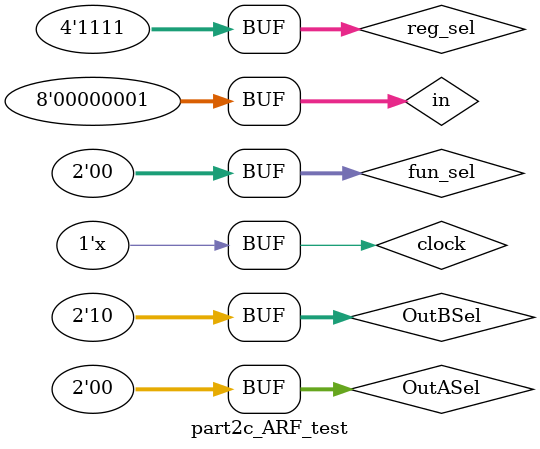
<source format=v>
`timescale 1ns / 1ps

module Register_test( );
    parameter N = 8;
    reg[N-1:0] in;
    reg enable;
    reg[1:0] select;
    reg clock;
    wire [N-1:0] out;
    
    Register #(N)test( in, enable, select, clock, out);
        
    initial begin clock = 0;
        in = 1'b1; select = 2'b01 ;enable = 1; #200; /*Load*/
        in = 1'b1; select = 2'b11 ;enable = 1; #200;/*increment*/
        in = 1'b1; select = 2'b10 ;enable = 1; #200;/*decrement*/
        in = 1'b1; select = 2'b00 ;enable = 1; #200;/*clear*/
        in = 1'b1; select = 2'b01 ;enable = 0; #200;/*retain*/

    end
    
    always begin
        clock = ~ clock; #50;
    end
    
endmodule

module part2a_test();
    reg[7:0] in;
    reg enable;
    reg[1:0] select;
    reg clock;
    reg LH;
    wire [15:0] out;
    
    part2a_IR test(LH, enable, select, in, out, clock);
    initial begin clock = 0;
        //Load 0-7
        in = 8'b00000000; select = 2'b01 ;enable = 1; LH=0;#100;

        //load 8-15
        in = 8'b11111111; select = 2'b01 ;enable = 1; LH=1;#100;

        //increment
        in = 8'b00000100; select = 2'b11 ;enable = 1; LH=0;#100;

        //decrement
        in = 8'b00000100; select = 2'b10 ;enable = 1; LH=0;#100;

        //retain value
        in = 8'b00000100; select = 2'b10 ;enable = 0; LH=1;#100;

        //clear
        in = 8'b00000100; select = 2'b00 ;enable = 1; LH=0;#100;

    end
    
    always begin
        clock = ~ clock; #50;
    end
endmodule

module part2b_RF_test();
    reg[7:0] in;
    reg[2:0] O1Sel;
    reg[2:0] O2Sel;
    reg[1:0] fun_sel;
    reg[3:0] reg_sel;
    reg[3:0] t_sel;
    reg clock;
    wire[7:0] O1;
    wire[7:0] O2;
    
    part2b_RF test(in, O1Sel, O2Sel, fun_sel, reg_sel,t_sel, clock, O1, O2);
    
    initial begin clock = 0;
        //load every register with 5
        in = 8'b00000101; fun_sel = 2'b01 ;reg_sel = 4'b1111;t_sel = 4'b1111; O1Sel = 3'b100; O2Sel = 3'b000;  #200; 
        //select two and decrement them
        in = 8'b00000101; fun_sel = 2'b10 ;reg_sel = 4'b1000;t_sel = 4'b1000; O1Sel = 3'b100; O2Sel = 3'b000;  #200; 
        //select other two and increment them
        in = 8'b00000101; fun_sel = 2'b11 ;reg_sel = 4'b0100;t_sel = 4'b0100; O1Sel = 3'b101; O2Sel = 3'b001;  #200; 
        //retain value -not enable-
        in = 8'b11111111; fun_sel = 2'b01 ;reg_sel = 4'b0000;t_sel = 4'b0000; O1Sel = 3'b101; O2Sel = 3'b001;  #200;
        //clear all 
        in = 8'b01010101; fun_sel = 2'b00 ;reg_sel = 4'b1111;t_sel = 4'b1111; O1Sel = 3'b101; O2Sel = 3'b001;  #200;
    end
    
    always begin
        clock = ~ clock; #100;
    end
endmodule

module part2c_ARF_test();
    reg[7:0] in;
    reg[1:0] OutASel;
    reg[1:0] OutBSel;
    reg[1:0] fun_sel;
    reg[3:0] reg_sel;
    reg clock;
    wire[7:0] outA;
    wire[7:0] outB;
    
    part2c_ARF test(in, OutASel, OutBSel, fun_sel, reg_sel, clock, outA, outB);
    
    initial begin clock = 0;
        //load
        in = 8'b00000001; fun_sel = 2'b01 ;reg_sel = 4'b1111; OutASel = 2'b00; OutBSel = 2'b10;  #200;
        //increment
        in = 8'b00000001; fun_sel = 2'b11 ;reg_sel = 4'b1111; OutASel = 2'b00; OutBSel = 2'b10;  #200;
        //decrement
        in = 8'b00000001; fun_sel = 2'b10 ;reg_sel = 4'b1111; OutASel = 2'b00; OutBSel = 2'b10;  #200;
        //retain
        in = 8'b00000001; fun_sel = 2'b11 ;reg_sel = 4'b0000; OutASel = 2'b00; OutBSel = 2'b10;  #200;
        //clear
        in = 8'b00000001; fun_sel = 2'b00 ;reg_sel = 4'b1111; OutASel = 2'b00; OutBSel = 2'b10;  #200;
    end
    
    always begin
        clock = ~ clock; #50;
    end
endmodule




</source>
